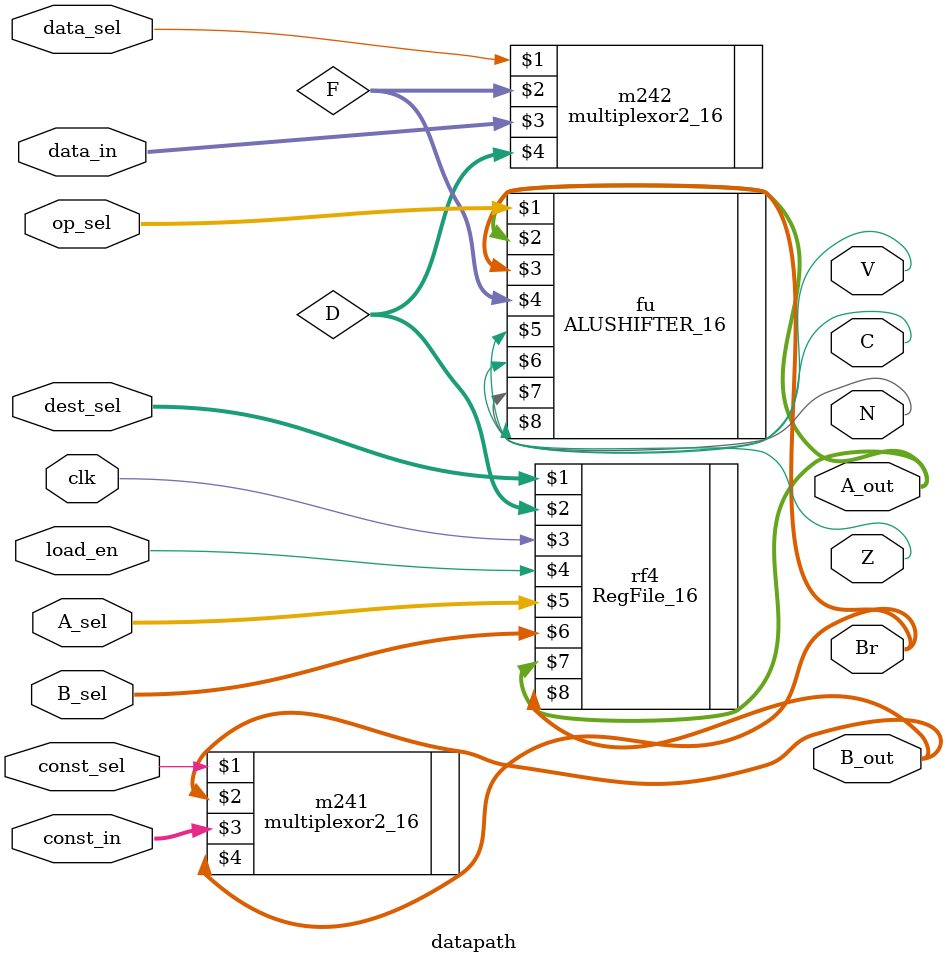
<source format=v>
module datapath(input clk,
					 input load_en,
					 input [3:0] A_sel,
					 input [3:0] B_sel,
					 input [3:0] dest_sel,
					 input [15:0] data_in,
					 input data_sel,
					 input [3:0] op_sel,
					 input const_sel,
					 input [15:0] const_in,
					 output [15:0] A_out,
					 output [15:0] B_out,
					 output V,
					 output C,
					 output N,
					 output Z,
					 output[15:0] Br		);

wire [15:0] D;

RegFile_16 rf4(dest_sel,D,clk,load_en,A_sel,B_sel,A_out,B_out);

wire [15:0] F;

multiplexor2_16 m241(const_sel,B_out,const_in,Br);

ALUSHIFTER_16 fu(op_sel,A_out,Br,F,V,C,N,Z);

multiplexor2_16 m242(data_sel,F,data_in,D);

endmodule
</source>
